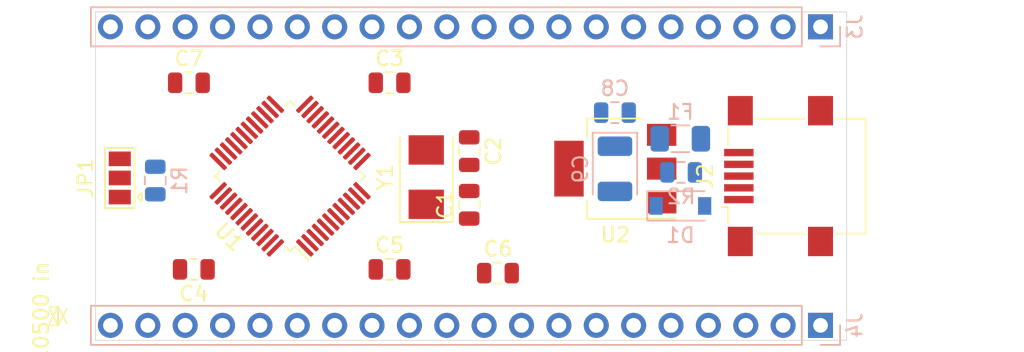
<source format=kicad_pcb>
(kicad_pcb (version 20171130) (host pcbnew "(5.1.5)-3")

  (general
    (thickness 1.6)
    (drawings 8)
    (tracks 0)
    (zones 0)
    (modules 20)
    (nets 53)
  )

  (page A4)
  (layers
    (0 F.Cu signal)
    (31 B.Cu signal)
    (32 B.Adhes user)
    (33 F.Adhes user)
    (34 B.Paste user)
    (35 F.Paste user)
    (36 B.SilkS user hide)
    (37 F.SilkS user hide)
    (38 B.Mask user)
    (39 F.Mask user)
    (40 Dwgs.User user)
    (41 Cmts.User user)
    (42 Eco1.User user)
    (43 Eco2.User user)
    (44 Edge.Cuts user)
    (45 Margin user)
    (46 B.CrtYd user)
    (47 F.CrtYd user)
    (48 B.Fab user hide)
    (49 F.Fab user hide)
  )

  (setup
    (last_trace_width 0.127)
    (trace_clearance 0.127)
    (zone_clearance 0.508)
    (zone_45_only no)
    (trace_min 0.127)
    (via_size 0.6)
    (via_drill 0.3)
    (via_min_size 0.6)
    (via_min_drill 0.3)
    (uvia_size 0.3)
    (uvia_drill 0.1)
    (uvias_allowed no)
    (uvia_min_size 0.2)
    (uvia_min_drill 0.1)
    (edge_width 0.05)
    (segment_width 0.2)
    (pcb_text_width 0.3)
    (pcb_text_size 1.5 1.5)
    (mod_edge_width 0.12)
    (mod_text_size 1 1)
    (mod_text_width 0.15)
    (pad_size 1.524 1.524)
    (pad_drill 0.762)
    (pad_to_mask_clearance 0.051)
    (solder_mask_min_width 0.25)
    (aux_axis_origin 0 0)
    (grid_origin 132.08 25.908)
    (visible_elements 7FFFFFFF)
    (pcbplotparams
      (layerselection 0x010fc_ffffffff)
      (usegerberextensions false)
      (usegerberattributes false)
      (usegerberadvancedattributes false)
      (creategerberjobfile false)
      (excludeedgelayer true)
      (linewidth 0.100000)
      (plotframeref false)
      (viasonmask false)
      (mode 1)
      (useauxorigin false)
      (hpglpennumber 1)
      (hpglpenspeed 20)
      (hpglpendiameter 15.000000)
      (psnegative false)
      (psa4output false)
      (plotreference true)
      (plotvalue true)
      (plotinvisibletext false)
      (padsonsilk false)
      (subtractmaskfromsilk false)
      (outputformat 1)
      (mirror false)
      (drillshape 1)
      (scaleselection 1)
      (outputdirectory ""))
  )

  (net 0 "")
  (net 1 GND)
  (net 2 OSC_IN)
  (net 3 OSC_OUT)
  (net 4 +3V3)
  (net 5 RESET)
  (net 6 SWCLK)
  (net 7 SWDIO)
  (net 8 "Net-(J2-Pad4)")
  (net 9 D+)
  (net 10 D-)
  (net 11 "Net-(JP1-Pad2)")
  (net 12 BOOT0)
  (net 13 "Net-(U1-Pad38)")
  (net 14 OSC32_OUT)
  (net 15 OSC32_IN)
  (net 16 "Net-(U1-Pad2)")
  (net 17 VBAT)
  (net 18 "Net-(J3-Pad20)")
  (net 19 "Net-(J3-Pad19)")
  (net 20 "Net-(J4-Pad20)")
  (net 21 "Net-(J4-Pad19)")
  (net 22 VBUS)
  (net 23 "Net-(C8-Pad1)")
  (net 24 "Net-(F1-Pad1)")
  (net 25 PB9)
  (net 26 PB8)
  (net 27 PB7)
  (net 28 PB6)
  (net 29 PB5)
  (net 30 PB4)
  (net 31 PB3)
  (net 32 PA10)
  (net 33 PA9)
  (net 34 PA8)
  (net 35 PB15)
  (net 36 PB14)
  (net 37 PB13)
  (net 38 PB12)
  (net 39 PB11)
  (net 40 PB10)
  (net 41 PB2)
  (net 42 PB1)
  (net 43 PB0)
  (net 44 PA7)
  (net 45 PA6)
  (net 46 PA5)
  (net 47 PA4)
  (net 48 PA3)
  (net 49 PA2)
  (net 50 PA1)
  (net 51 PA0)
  (net 52 PA15)

  (net_class Default "This is the default net class."
    (clearance 0.127)
    (trace_width 0.127)
    (via_dia 0.6)
    (via_drill 0.3)
    (uvia_dia 0.3)
    (uvia_drill 0.1)
    (add_net BOOT0)
    (add_net D+)
    (add_net D-)
    (add_net "Net-(J2-Pad4)")
    (add_net "Net-(J3-Pad19)")
    (add_net "Net-(J3-Pad20)")
    (add_net "Net-(J4-Pad19)")
    (add_net "Net-(J4-Pad20)")
    (add_net "Net-(JP1-Pad2)")
    (add_net "Net-(U1-Pad2)")
    (add_net "Net-(U1-Pad38)")
    (add_net OSC32_IN)
    (add_net OSC32_OUT)
    (add_net OSC_IN)
    (add_net OSC_OUT)
    (add_net PA0)
    (add_net PA1)
    (add_net PA10)
    (add_net PA15)
    (add_net PA2)
    (add_net PA3)
    (add_net PA4)
    (add_net PA5)
    (add_net PA6)
    (add_net PA7)
    (add_net PA8)
    (add_net PA9)
    (add_net PB0)
    (add_net PB1)
    (add_net PB10)
    (add_net PB11)
    (add_net PB12)
    (add_net PB13)
    (add_net PB14)
    (add_net PB15)
    (add_net PB2)
    (add_net PB3)
    (add_net PB4)
    (add_net PB5)
    (add_net PB6)
    (add_net PB7)
    (add_net PB8)
    (add_net PB9)
    (add_net RESET)
    (add_net SWCLK)
    (add_net SWDIO)
  )

  (net_class Power ""
    (clearance 0.1905)
    (trace_width 0.254)
    (via_dia 0.8)
    (via_drill 0.4)
    (uvia_dia 0.3)
    (uvia_drill 0.1)
    (add_net +3V3)
    (add_net GND)
    (add_net "Net-(C8-Pad1)")
    (add_net "Net-(F1-Pad1)")
    (add_net VBAT)
    (add_net VBUS)
  )

  (module Capacitor_SMD:C_0805_2012Metric (layer F.Cu) (tedit 5B36C52B) (tstamp 5E33B5D8)
    (at 116.84 28.780499 270)
    (descr "Capacitor SMD 0805 (2012 Metric), square (rectangular) end terminal, IPC_7351 nominal, (Body size source: https://docs.google.com/spreadsheets/d/1BsfQQcO9C6DZCsRaXUlFlo91Tg2WpOkGARC1WS5S8t0/edit?usp=sharing), generated with kicad-footprint-generator")
    (tags capacitor)
    (path /5E137B28)
    (attr smd)
    (fp_text reference C2 (at 0 -1.65 90) (layer F.SilkS)
      (effects (font (size 1 1) (thickness 0.15)))
    )
    (fp_text value 22pF (at 0 1.65 90) (layer F.Fab)
      (effects (font (size 1 1) (thickness 0.15)))
    )
    (fp_text user %R (at 0 0 90) (layer F.Fab)
      (effects (font (size 0.5 0.5) (thickness 0.08)))
    )
    (fp_line (start 1.68 0.95) (end -1.68 0.95) (layer F.CrtYd) (width 0.05))
    (fp_line (start 1.68 -0.95) (end 1.68 0.95) (layer F.CrtYd) (width 0.05))
    (fp_line (start -1.68 -0.95) (end 1.68 -0.95) (layer F.CrtYd) (width 0.05))
    (fp_line (start -1.68 0.95) (end -1.68 -0.95) (layer F.CrtYd) (width 0.05))
    (fp_line (start -0.258578 0.71) (end 0.258578 0.71) (layer F.SilkS) (width 0.12))
    (fp_line (start -0.258578 -0.71) (end 0.258578 -0.71) (layer F.SilkS) (width 0.12))
    (fp_line (start 1 0.6) (end -1 0.6) (layer F.Fab) (width 0.1))
    (fp_line (start 1 -0.6) (end 1 0.6) (layer F.Fab) (width 0.1))
    (fp_line (start -1 -0.6) (end 1 -0.6) (layer F.Fab) (width 0.1))
    (fp_line (start -1 0.6) (end -1 -0.6) (layer F.Fab) (width 0.1))
    (pad 2 smd roundrect (at 0.9375 0 270) (size 0.975 1.4) (layers F.Cu F.Paste F.Mask) (roundrect_rratio 0.25)
      (net 1 GND))
    (pad 1 smd roundrect (at -0.9375 0 270) (size 0.975 1.4) (layers F.Cu F.Paste F.Mask) (roundrect_rratio 0.25)
      (net 3 OSC_OUT))
    (model ${KISYS3DMOD}/Capacitor_SMD.3dshapes/C_0805_2012Metric.wrl
      (at (xyz 0 0 0))
      (scale (xyz 1 1 1))
      (rotate (xyz 0 0 0))
    )
  )

  (module Capacitor_SMD:C_0805_2012Metric (layer F.Cu) (tedit 5B36C52B) (tstamp 5E33B63E)
    (at 97.79 24.13)
    (descr "Capacitor SMD 0805 (2012 Metric), square (rectangular) end terminal, IPC_7351 nominal, (Body size source: https://docs.google.com/spreadsheets/d/1BsfQQcO9C6DZCsRaXUlFlo91Tg2WpOkGARC1WS5S8t0/edit?usp=sharing), generated with kicad-footprint-generator")
    (tags capacitor)
    (path /5E38CD62)
    (attr smd)
    (fp_text reference C7 (at 0 -1.65) (layer F.SilkS)
      (effects (font (size 1 1) (thickness 0.15)))
    )
    (fp_text value 10uF (at 0 1.65) (layer F.Fab)
      (effects (font (size 1 1) (thickness 0.15)))
    )
    (fp_text user %R (at 0 0) (layer F.Fab)
      (effects (font (size 0.5 0.5) (thickness 0.08)))
    )
    (fp_line (start 1.68 0.95) (end -1.68 0.95) (layer F.CrtYd) (width 0.05))
    (fp_line (start 1.68 -0.95) (end 1.68 0.95) (layer F.CrtYd) (width 0.05))
    (fp_line (start -1.68 -0.95) (end 1.68 -0.95) (layer F.CrtYd) (width 0.05))
    (fp_line (start -1.68 0.95) (end -1.68 -0.95) (layer F.CrtYd) (width 0.05))
    (fp_line (start -0.258578 0.71) (end 0.258578 0.71) (layer F.SilkS) (width 0.12))
    (fp_line (start -0.258578 -0.71) (end 0.258578 -0.71) (layer F.SilkS) (width 0.12))
    (fp_line (start 1 0.6) (end -1 0.6) (layer F.Fab) (width 0.1))
    (fp_line (start 1 -0.6) (end 1 0.6) (layer F.Fab) (width 0.1))
    (fp_line (start -1 -0.6) (end 1 -0.6) (layer F.Fab) (width 0.1))
    (fp_line (start -1 0.6) (end -1 -0.6) (layer F.Fab) (width 0.1))
    (pad 2 smd roundrect (at 0.9375 0) (size 0.975 1.4) (layers F.Cu F.Paste F.Mask) (roundrect_rratio 0.25)
      (net 1 GND))
    (pad 1 smd roundrect (at -0.9375 0) (size 0.975 1.4) (layers F.Cu F.Paste F.Mask) (roundrect_rratio 0.25)
      (net 4 +3V3))
    (model ${KISYS3DMOD}/Capacitor_SMD.3dshapes/C_0805_2012Metric.wrl
      (at (xyz 0 0 0))
      (scale (xyz 1 1 1))
      (rotate (xyz 0 0 0))
    )
  )

  (module Capacitor_SMD:C_0805_2012Metric (layer F.Cu) (tedit 5B36C52B) (tstamp 5E33B61C)
    (at 118.7935 37.084)
    (descr "Capacitor SMD 0805 (2012 Metric), square (rectangular) end terminal, IPC_7351 nominal, (Body size source: https://docs.google.com/spreadsheets/d/1BsfQQcO9C6DZCsRaXUlFlo91Tg2WpOkGARC1WS5S8t0/edit?usp=sharing), generated with kicad-footprint-generator")
    (tags capacitor)
    (path /5E3358FD)
    (attr smd)
    (fp_text reference C6 (at 0 -1.65) (layer F.SilkS)
      (effects (font (size 1 1) (thickness 0.15)))
    )
    (fp_text value 100nF (at 0 1.65) (layer F.Fab)
      (effects (font (size 1 1) (thickness 0.15)))
    )
    (fp_text user %R (at 0 0) (layer F.Fab)
      (effects (font (size 0.5 0.5) (thickness 0.08)))
    )
    (fp_line (start 1.68 0.95) (end -1.68 0.95) (layer F.CrtYd) (width 0.05))
    (fp_line (start 1.68 -0.95) (end 1.68 0.95) (layer F.CrtYd) (width 0.05))
    (fp_line (start -1.68 -0.95) (end 1.68 -0.95) (layer F.CrtYd) (width 0.05))
    (fp_line (start -1.68 0.95) (end -1.68 -0.95) (layer F.CrtYd) (width 0.05))
    (fp_line (start -0.258578 0.71) (end 0.258578 0.71) (layer F.SilkS) (width 0.12))
    (fp_line (start -0.258578 -0.71) (end 0.258578 -0.71) (layer F.SilkS) (width 0.12))
    (fp_line (start 1 0.6) (end -1 0.6) (layer F.Fab) (width 0.1))
    (fp_line (start 1 -0.6) (end 1 0.6) (layer F.Fab) (width 0.1))
    (fp_line (start -1 -0.6) (end 1 -0.6) (layer F.Fab) (width 0.1))
    (fp_line (start -1 0.6) (end -1 -0.6) (layer F.Fab) (width 0.1))
    (pad 2 smd roundrect (at 0.9375 0) (size 0.975 1.4) (layers F.Cu F.Paste F.Mask) (roundrect_rratio 0.25)
      (net 1 GND))
    (pad 1 smd roundrect (at -0.9375 0) (size 0.975 1.4) (layers F.Cu F.Paste F.Mask) (roundrect_rratio 0.25)
      (net 5 RESET))
    (model ${KISYS3DMOD}/Capacitor_SMD.3dshapes/C_0805_2012Metric.wrl
      (at (xyz 0 0 0))
      (scale (xyz 1 1 1))
      (rotate (xyz 0 0 0))
    )
  )

  (module Capacitor_SMD:C_0805_2012Metric (layer F.Cu) (tedit 5B36C52B) (tstamp 5E33B60B)
    (at 111.4275 36.83)
    (descr "Capacitor SMD 0805 (2012 Metric), square (rectangular) end terminal, IPC_7351 nominal, (Body size source: https://docs.google.com/spreadsheets/d/1BsfQQcO9C6DZCsRaXUlFlo91Tg2WpOkGARC1WS5S8t0/edit?usp=sharing), generated with kicad-footprint-generator")
    (tags capacitor)
    (path /5E15E9B8)
    (attr smd)
    (fp_text reference C5 (at 0 -1.65) (layer F.SilkS)
      (effects (font (size 1 1) (thickness 0.15)))
    )
    (fp_text value 100nF (at 0 1.65) (layer F.Fab)
      (effects (font (size 1 1) (thickness 0.15)))
    )
    (fp_text user %R (at 0 0) (layer F.Fab)
      (effects (font (size 0.5 0.5) (thickness 0.08)))
    )
    (fp_line (start 1.68 0.95) (end -1.68 0.95) (layer F.CrtYd) (width 0.05))
    (fp_line (start 1.68 -0.95) (end 1.68 0.95) (layer F.CrtYd) (width 0.05))
    (fp_line (start -1.68 -0.95) (end 1.68 -0.95) (layer F.CrtYd) (width 0.05))
    (fp_line (start -1.68 0.95) (end -1.68 -0.95) (layer F.CrtYd) (width 0.05))
    (fp_line (start -0.258578 0.71) (end 0.258578 0.71) (layer F.SilkS) (width 0.12))
    (fp_line (start -0.258578 -0.71) (end 0.258578 -0.71) (layer F.SilkS) (width 0.12))
    (fp_line (start 1 0.6) (end -1 0.6) (layer F.Fab) (width 0.1))
    (fp_line (start 1 -0.6) (end 1 0.6) (layer F.Fab) (width 0.1))
    (fp_line (start -1 -0.6) (end 1 -0.6) (layer F.Fab) (width 0.1))
    (fp_line (start -1 0.6) (end -1 -0.6) (layer F.Fab) (width 0.1))
    (pad 2 smd roundrect (at 0.9375 0) (size 0.975 1.4) (layers F.Cu F.Paste F.Mask) (roundrect_rratio 0.25)
      (net 1 GND))
    (pad 1 smd roundrect (at -0.9375 0) (size 0.975 1.4) (layers F.Cu F.Paste F.Mask) (roundrect_rratio 0.25)
      (net 4 +3V3))
    (model ${KISYS3DMOD}/Capacitor_SMD.3dshapes/C_0805_2012Metric.wrl
      (at (xyz 0 0 0))
      (scale (xyz 1 1 1))
      (rotate (xyz 0 0 0))
    )
  )

  (module Capacitor_SMD:C_0805_2012Metric (layer F.Cu) (tedit 5B36C52B) (tstamp 5E33B5E9)
    (at 111.4275 24.13)
    (descr "Capacitor SMD 0805 (2012 Metric), square (rectangular) end terminal, IPC_7351 nominal, (Body size source: https://docs.google.com/spreadsheets/d/1BsfQQcO9C6DZCsRaXUlFlo91Tg2WpOkGARC1WS5S8t0/edit?usp=sharing), generated with kicad-footprint-generator")
    (tags capacitor)
    (path /5E15B771)
    (attr smd)
    (fp_text reference C3 (at 0 -1.65) (layer F.SilkS)
      (effects (font (size 1 1) (thickness 0.15)))
    )
    (fp_text value 100nF (at 0 1.65) (layer F.Fab)
      (effects (font (size 1 1) (thickness 0.15)))
    )
    (fp_text user %R (at 0 0) (layer F.Fab)
      (effects (font (size 0.5 0.5) (thickness 0.08)))
    )
    (fp_line (start 1.68 0.95) (end -1.68 0.95) (layer F.CrtYd) (width 0.05))
    (fp_line (start 1.68 -0.95) (end 1.68 0.95) (layer F.CrtYd) (width 0.05))
    (fp_line (start -1.68 -0.95) (end 1.68 -0.95) (layer F.CrtYd) (width 0.05))
    (fp_line (start -1.68 0.95) (end -1.68 -0.95) (layer F.CrtYd) (width 0.05))
    (fp_line (start -0.258578 0.71) (end 0.258578 0.71) (layer F.SilkS) (width 0.12))
    (fp_line (start -0.258578 -0.71) (end 0.258578 -0.71) (layer F.SilkS) (width 0.12))
    (fp_line (start 1 0.6) (end -1 0.6) (layer F.Fab) (width 0.1))
    (fp_line (start 1 -0.6) (end 1 0.6) (layer F.Fab) (width 0.1))
    (fp_line (start -1 -0.6) (end 1 -0.6) (layer F.Fab) (width 0.1))
    (fp_line (start -1 0.6) (end -1 -0.6) (layer F.Fab) (width 0.1))
    (pad 2 smd roundrect (at 0.9375 0) (size 0.975 1.4) (layers F.Cu F.Paste F.Mask) (roundrect_rratio 0.25)
      (net 1 GND))
    (pad 1 smd roundrect (at -0.9375 0) (size 0.975 1.4) (layers F.Cu F.Paste F.Mask) (roundrect_rratio 0.25)
      (net 4 +3V3))
    (model ${KISYS3DMOD}/Capacitor_SMD.3dshapes/C_0805_2012Metric.wrl
      (at (xyz 0 0 0))
      (scale (xyz 1 1 1))
      (rotate (xyz 0 0 0))
    )
  )

  (module Capacitor_SMD:C_0805_2012Metric (layer F.Cu) (tedit 5B36C52B) (tstamp 5E33B5FA)
    (at 98.1225 36.83 180)
    (descr "Capacitor SMD 0805 (2012 Metric), square (rectangular) end terminal, IPC_7351 nominal, (Body size source: https://docs.google.com/spreadsheets/d/1BsfQQcO9C6DZCsRaXUlFlo91Tg2WpOkGARC1WS5S8t0/edit?usp=sharing), generated with kicad-footprint-generator")
    (tags capacitor)
    (path /5E15A2DA)
    (attr smd)
    (fp_text reference C4 (at 0 -1.65) (layer F.SilkS)
      (effects (font (size 1 1) (thickness 0.15)))
    )
    (fp_text value 100nF (at 0 1.65) (layer F.Fab)
      (effects (font (size 1 1) (thickness 0.15)))
    )
    (fp_text user %R (at 0 0) (layer F.Fab)
      (effects (font (size 0.5 0.5) (thickness 0.08)))
    )
    (fp_line (start 1.68 0.95) (end -1.68 0.95) (layer F.CrtYd) (width 0.05))
    (fp_line (start 1.68 -0.95) (end 1.68 0.95) (layer F.CrtYd) (width 0.05))
    (fp_line (start -1.68 -0.95) (end 1.68 -0.95) (layer F.CrtYd) (width 0.05))
    (fp_line (start -1.68 0.95) (end -1.68 -0.95) (layer F.CrtYd) (width 0.05))
    (fp_line (start -0.258578 0.71) (end 0.258578 0.71) (layer F.SilkS) (width 0.12))
    (fp_line (start -0.258578 -0.71) (end 0.258578 -0.71) (layer F.SilkS) (width 0.12))
    (fp_line (start 1 0.6) (end -1 0.6) (layer F.Fab) (width 0.1))
    (fp_line (start 1 -0.6) (end 1 0.6) (layer F.Fab) (width 0.1))
    (fp_line (start -1 -0.6) (end 1 -0.6) (layer F.Fab) (width 0.1))
    (fp_line (start -1 0.6) (end -1 -0.6) (layer F.Fab) (width 0.1))
    (pad 2 smd roundrect (at 0.9375 0 180) (size 0.975 1.4) (layers F.Cu F.Paste F.Mask) (roundrect_rratio 0.25)
      (net 1 GND))
    (pad 1 smd roundrect (at -0.9375 0 180) (size 0.975 1.4) (layers F.Cu F.Paste F.Mask) (roundrect_rratio 0.25)
      (net 4 +3V3))
    (model ${KISYS3DMOD}/Capacitor_SMD.3dshapes/C_0805_2012Metric.wrl
      (at (xyz 0 0 0))
      (scale (xyz 1 1 1))
      (rotate (xyz 0 0 0))
    )
  )

  (module Connector_PinHeader_2.54mm:PinHeader_1x20_P2.54mm_Vertical (layer B.Cu) (tedit 59FED5CC) (tstamp 5E350D31)
    (at 140.716 20.32 90)
    (descr "Through hole straight pin header, 1x20, 2.54mm pitch, single row")
    (tags "Through hole pin header THT 1x20 2.54mm single row")
    (path /5E3ECA08)
    (fp_text reference J3 (at 0 2.33 -90) (layer B.SilkS)
      (effects (font (size 1 1) (thickness 0.15)) (justify mirror))
    )
    (fp_text value Conn_01x20 (at 0 -50.59 -90) (layer B.Fab)
      (effects (font (size 1 1) (thickness 0.15)) (justify mirror))
    )
    (fp_text user %R (at 0 -24.13) (layer B.Fab)
      (effects (font (size 1 1) (thickness 0.15)) (justify mirror))
    )
    (fp_line (start 1.8 1.8) (end -1.8 1.8) (layer B.CrtYd) (width 0.05))
    (fp_line (start 1.8 -50.05) (end 1.8 1.8) (layer B.CrtYd) (width 0.05))
    (fp_line (start -1.8 -50.05) (end 1.8 -50.05) (layer B.CrtYd) (width 0.05))
    (fp_line (start -1.8 1.8) (end -1.8 -50.05) (layer B.CrtYd) (width 0.05))
    (fp_line (start -1.33 1.33) (end 0 1.33) (layer B.SilkS) (width 0.12))
    (fp_line (start -1.33 0) (end -1.33 1.33) (layer B.SilkS) (width 0.12))
    (fp_line (start -1.33 -1.27) (end 1.33 -1.27) (layer B.SilkS) (width 0.12))
    (fp_line (start 1.33 -1.27) (end 1.33 -49.59) (layer B.SilkS) (width 0.12))
    (fp_line (start -1.33 -1.27) (end -1.33 -49.59) (layer B.SilkS) (width 0.12))
    (fp_line (start -1.33 -49.59) (end 1.33 -49.59) (layer B.SilkS) (width 0.12))
    (fp_line (start -1.27 0.635) (end -0.635 1.27) (layer B.Fab) (width 0.1))
    (fp_line (start -1.27 -49.53) (end -1.27 0.635) (layer B.Fab) (width 0.1))
    (fp_line (start 1.27 -49.53) (end -1.27 -49.53) (layer B.Fab) (width 0.1))
    (fp_line (start 1.27 1.27) (end 1.27 -49.53) (layer B.Fab) (width 0.1))
    (fp_line (start -0.635 1.27) (end 1.27 1.27) (layer B.Fab) (width 0.1))
    (pad 20 thru_hole oval (at 0 -48.26 90) (size 1.7 1.7) (drill 1) (layers *.Cu *.Mask)
      (net 18 "Net-(J3-Pad20)"))
    (pad 19 thru_hole oval (at 0 -45.72 90) (size 1.7 1.7) (drill 1) (layers *.Cu *.Mask)
      (net 19 "Net-(J3-Pad19)"))
    (pad 18 thru_hole oval (at 0 -43.18 90) (size 1.7 1.7) (drill 1) (layers *.Cu *.Mask)
      (net 52 PA15))
    (pad 17 thru_hole oval (at 0 -40.64 90) (size 1.7 1.7) (drill 1) (layers *.Cu *.Mask)
      (net 34 PA8))
    (pad 16 thru_hole oval (at 0 -38.1 90) (size 1.7 1.7) (drill 1) (layers *.Cu *.Mask)
      (net 44 PA7))
    (pad 15 thru_hole oval (at 0 -35.56 90) (size 1.7 1.7) (drill 1) (layers *.Cu *.Mask)
      (net 45 PA6))
    (pad 14 thru_hole oval (at 0 -33.02 90) (size 1.7 1.7) (drill 1) (layers *.Cu *.Mask)
      (net 46 PA5))
    (pad 13 thru_hole oval (at 0 -30.48 90) (size 1.7 1.7) (drill 1) (layers *.Cu *.Mask)
      (net 47 PA4))
    (pad 12 thru_hole oval (at 0 -27.94 90) (size 1.7 1.7) (drill 1) (layers *.Cu *.Mask)
      (net 43 PB0))
    (pad 11 thru_hole oval (at 0 -25.4 90) (size 1.7 1.7) (drill 1) (layers *.Cu *.Mask)
      (net 42 PB1))
    (pad 10 thru_hole oval (at 0 -22.86 90) (size 1.7 1.7) (drill 1) (layers *.Cu *.Mask)
      (net 41 PB2))
    (pad 9 thru_hole oval (at 0 -20.32 90) (size 1.7 1.7) (drill 1) (layers *.Cu *.Mask)
      (net 31 PB3))
    (pad 8 thru_hole oval (at 0 -17.78 90) (size 1.7 1.7) (drill 1) (layers *.Cu *.Mask)
      (net 30 PB4))
    (pad 7 thru_hole oval (at 0 -15.24 90) (size 1.7 1.7) (drill 1) (layers *.Cu *.Mask)
      (net 29 PB5))
    (pad 6 thru_hole oval (at 0 -12.7 90) (size 1.7 1.7) (drill 1) (layers *.Cu *.Mask)
      (net 28 PB6))
    (pad 5 thru_hole oval (at 0 -10.16 90) (size 1.7 1.7) (drill 1) (layers *.Cu *.Mask)
      (net 27 PB7))
    (pad 4 thru_hole oval (at 0 -7.62 90) (size 1.7 1.7) (drill 1) (layers *.Cu *.Mask)
      (net 1 GND))
    (pad 3 thru_hole oval (at 0 -5.08 90) (size 1.7 1.7) (drill 1) (layers *.Cu *.Mask)
      (net 1 GND))
    (pad 2 thru_hole oval (at 0 -2.54 90) (size 1.7 1.7) (drill 1) (layers *.Cu *.Mask)
      (net 32 PA10))
    (pad 1 thru_hole rect (at 0 0 90) (size 1.7 1.7) (drill 1) (layers *.Cu *.Mask)
      (net 33 PA9))
    (model ${KISYS3DMOD}/Connector_PinHeader_2.54mm.3dshapes/PinHeader_1x20_P2.54mm_Vertical.wrl
      (at (xyz 0 0 0))
      (scale (xyz 1 1 1))
      (rotate (xyz 0 0 0))
    )
  )

  (module Connector_PinHeader_2.54mm:PinHeader_1x20_P2.54mm_Vertical (layer B.Cu) (tedit 59FED5CC) (tstamp 5E350D59)
    (at 140.716 40.64 90)
    (descr "Through hole straight pin header, 1x20, 2.54mm pitch, single row")
    (tags "Through hole pin header THT 1x20 2.54mm single row")
    (path /5E3F1A97)
    (fp_text reference J4 (at 0 2.33 -90) (layer B.SilkS)
      (effects (font (size 1 1) (thickness 0.15)) (justify mirror))
    )
    (fp_text value Conn_01x20 (at 0 -50.59 -90) (layer B.Fab)
      (effects (font (size 1 1) (thickness 0.15)) (justify mirror))
    )
    (fp_text user %R (at 0 -24.13) (layer B.Fab)
      (effects (font (size 1 1) (thickness 0.15)) (justify mirror))
    )
    (fp_line (start 1.8 1.8) (end -1.8 1.8) (layer B.CrtYd) (width 0.05))
    (fp_line (start 1.8 -50.05) (end 1.8 1.8) (layer B.CrtYd) (width 0.05))
    (fp_line (start -1.8 -50.05) (end 1.8 -50.05) (layer B.CrtYd) (width 0.05))
    (fp_line (start -1.8 1.8) (end -1.8 -50.05) (layer B.CrtYd) (width 0.05))
    (fp_line (start -1.33 1.33) (end 0 1.33) (layer B.SilkS) (width 0.12))
    (fp_line (start -1.33 0) (end -1.33 1.33) (layer B.SilkS) (width 0.12))
    (fp_line (start -1.33 -1.27) (end 1.33 -1.27) (layer B.SilkS) (width 0.12))
    (fp_line (start 1.33 -1.27) (end 1.33 -49.59) (layer B.SilkS) (width 0.12))
    (fp_line (start -1.33 -1.27) (end -1.33 -49.59) (layer B.SilkS) (width 0.12))
    (fp_line (start -1.33 -49.59) (end 1.33 -49.59) (layer B.SilkS) (width 0.12))
    (fp_line (start -1.27 0.635) (end -0.635 1.27) (layer B.Fab) (width 0.1))
    (fp_line (start -1.27 -49.53) (end -1.27 0.635) (layer B.Fab) (width 0.1))
    (fp_line (start 1.27 -49.53) (end -1.27 -49.53) (layer B.Fab) (width 0.1))
    (fp_line (start 1.27 1.27) (end 1.27 -49.53) (layer B.Fab) (width 0.1))
    (fp_line (start -0.635 1.27) (end 1.27 1.27) (layer B.Fab) (width 0.1))
    (pad 20 thru_hole oval (at 0 -48.26 90) (size 1.7 1.7) (drill 1) (layers *.Cu *.Mask)
      (net 20 "Net-(J4-Pad20)"))
    (pad 19 thru_hole oval (at 0 -45.72 90) (size 1.7 1.7) (drill 1) (layers *.Cu *.Mask)
      (net 21 "Net-(J4-Pad19)"))
    (pad 18 thru_hole oval (at 0 -43.18 90) (size 1.7 1.7) (drill 1) (layers *.Cu *.Mask)
      (net 5 RESET))
    (pad 17 thru_hole oval (at 0 -40.64 90) (size 1.7 1.7) (drill 1) (layers *.Cu *.Mask)
      (net 7 SWDIO))
    (pad 16 thru_hole oval (at 0 -38.1 90) (size 1.7 1.7) (drill 1) (layers *.Cu *.Mask)
      (net 6 SWCLK))
    (pad 15 thru_hole oval (at 0 -35.56 90) (size 1.7 1.7) (drill 1) (layers *.Cu *.Mask)
      (net 38 PB12))
    (pad 14 thru_hole oval (at 0 -33.02 90) (size 1.7 1.7) (drill 1) (layers *.Cu *.Mask)
      (net 39 PB11))
    (pad 13 thru_hole oval (at 0 -30.48 90) (size 1.7 1.7) (drill 1) (layers *.Cu *.Mask)
      (net 40 PB10))
    (pad 12 thru_hole oval (at 0 -27.94 90) (size 1.7 1.7) (drill 1) (layers *.Cu *.Mask)
      (net 25 PB9))
    (pad 11 thru_hole oval (at 0 -25.4 90) (size 1.7 1.7) (drill 1) (layers *.Cu *.Mask)
      (net 35 PB15))
    (pad 10 thru_hole oval (at 0 -22.86 90) (size 1.7 1.7) (drill 1) (layers *.Cu *.Mask)
      (net 36 PB14))
    (pad 9 thru_hole oval (at 0 -20.32 90) (size 1.7 1.7) (drill 1) (layers *.Cu *.Mask)
      (net 37 PB13))
    (pad 8 thru_hole oval (at 0 -17.78 90) (size 1.7 1.7) (drill 1) (layers *.Cu *.Mask)
      (net 26 PB8))
    (pad 7 thru_hole oval (at 0 -15.24 90) (size 1.7 1.7) (drill 1) (layers *.Cu *.Mask)
      (net 51 PA0))
    (pad 6 thru_hole oval (at 0 -12.7 90) (size 1.7 1.7) (drill 1) (layers *.Cu *.Mask)
      (net 50 PA1))
    (pad 5 thru_hole oval (at 0 -10.16 90) (size 1.7 1.7) (drill 1) (layers *.Cu *.Mask)
      (net 49 PA2))
    (pad 4 thru_hole oval (at 0 -7.62 90) (size 1.7 1.7) (drill 1) (layers *.Cu *.Mask)
      (net 4 +3V3))
    (pad 3 thru_hole oval (at 0 -5.08 90) (size 1.7 1.7) (drill 1) (layers *.Cu *.Mask)
      (net 5 RESET))
    (pad 2 thru_hole oval (at 0 -2.54 90) (size 1.7 1.7) (drill 1) (layers *.Cu *.Mask)
      (net 1 GND))
    (pad 1 thru_hole rect (at 0 0 90) (size 1.7 1.7) (drill 1) (layers *.Cu *.Mask)
      (net 22 VBUS))
    (model ${KISYS3DMOD}/Connector_PinHeader_2.54mm.3dshapes/PinHeader_1x20_P2.54mm_Vertical.wrl
      (at (xyz 0 0 0))
      (scale (xyz 1 1 1))
      (rotate (xyz 0 0 0))
    )
  )

  (module Fuse:Fuse_1206_3216Metric (layer B.Cu) (tedit 5B301BBE) (tstamp 5E34AE76)
    (at 131.188 27.94 180)
    (descr "Fuse SMD 1206 (3216 Metric), square (rectangular) end terminal, IPC_7351 nominal, (Body size source: http://www.tortai-tech.com/upload/download/2011102023233369053.pdf), generated with kicad-footprint-generator")
    (tags resistor)
    (path /5E3ACE76)
    (attr smd)
    (fp_text reference F1 (at 0 1.82) (layer B.SilkS)
      (effects (font (size 1 1) (thickness 0.15)) (justify mirror))
    )
    (fp_text value Polyfuse_Small (at 0 -1.82) (layer B.Fab)
      (effects (font (size 1 1) (thickness 0.15)) (justify mirror))
    )
    (fp_text user %R (at 0 0) (layer B.Fab)
      (effects (font (size 0.8 0.8) (thickness 0.12)) (justify mirror))
    )
    (fp_line (start 2.28 -1.12) (end -2.28 -1.12) (layer B.CrtYd) (width 0.05))
    (fp_line (start 2.28 1.12) (end 2.28 -1.12) (layer B.CrtYd) (width 0.05))
    (fp_line (start -2.28 1.12) (end 2.28 1.12) (layer B.CrtYd) (width 0.05))
    (fp_line (start -2.28 -1.12) (end -2.28 1.12) (layer B.CrtYd) (width 0.05))
    (fp_line (start -0.602064 -0.91) (end 0.602064 -0.91) (layer B.SilkS) (width 0.12))
    (fp_line (start -0.602064 0.91) (end 0.602064 0.91) (layer B.SilkS) (width 0.12))
    (fp_line (start 1.6 -0.8) (end -1.6 -0.8) (layer B.Fab) (width 0.1))
    (fp_line (start 1.6 0.8) (end 1.6 -0.8) (layer B.Fab) (width 0.1))
    (fp_line (start -1.6 0.8) (end 1.6 0.8) (layer B.Fab) (width 0.1))
    (fp_line (start -1.6 -0.8) (end -1.6 0.8) (layer B.Fab) (width 0.1))
    (pad 2 smd roundrect (at 1.4 0 180) (size 1.25 1.75) (layers B.Cu B.Paste B.Mask) (roundrect_rratio 0.2)
      (net 22 VBUS))
    (pad 1 smd roundrect (at -1.4 0 180) (size 1.25 1.75) (layers B.Cu B.Paste B.Mask) (roundrect_rratio 0.2)
      (net 24 "Net-(F1-Pad1)"))
    (model ${KISYS3DMOD}/Fuse.3dshapes/Fuse_1206_3216Metric.wrl
      (at (xyz 0 0 0))
      (scale (xyz 1 1 1))
      (rotate (xyz 0 0 0))
    )
  )

  (module Capacitor_SMD:C_0805_2012Metric (layer F.Cu) (tedit 5B36C52B) (tstamp 5E33B5C7)
    (at 116.84 32.4335 90)
    (descr "Capacitor SMD 0805 (2012 Metric), square (rectangular) end terminal, IPC_7351 nominal, (Body size source: https://docs.google.com/spreadsheets/d/1BsfQQcO9C6DZCsRaXUlFlo91Tg2WpOkGARC1WS5S8t0/edit?usp=sharing), generated with kicad-footprint-generator")
    (tags capacitor)
    (path /5E1353EA)
    (attr smd)
    (fp_text reference C1 (at 0 -1.65 90) (layer F.SilkS)
      (effects (font (size 1 1) (thickness 0.15)))
    )
    (fp_text value 22pF (at 0 1.65 90) (layer F.Fab)
      (effects (font (size 1 1) (thickness 0.15)))
    )
    (fp_text user %R (at 0 0 90) (layer F.Fab)
      (effects (font (size 0.5 0.5) (thickness 0.08)))
    )
    (fp_line (start 1.68 0.95) (end -1.68 0.95) (layer F.CrtYd) (width 0.05))
    (fp_line (start 1.68 -0.95) (end 1.68 0.95) (layer F.CrtYd) (width 0.05))
    (fp_line (start -1.68 -0.95) (end 1.68 -0.95) (layer F.CrtYd) (width 0.05))
    (fp_line (start -1.68 0.95) (end -1.68 -0.95) (layer F.CrtYd) (width 0.05))
    (fp_line (start -0.258578 0.71) (end 0.258578 0.71) (layer F.SilkS) (width 0.12))
    (fp_line (start -0.258578 -0.71) (end 0.258578 -0.71) (layer F.SilkS) (width 0.12))
    (fp_line (start 1 0.6) (end -1 0.6) (layer F.Fab) (width 0.1))
    (fp_line (start 1 -0.6) (end 1 0.6) (layer F.Fab) (width 0.1))
    (fp_line (start -1 -0.6) (end 1 -0.6) (layer F.Fab) (width 0.1))
    (fp_line (start -1 0.6) (end -1 -0.6) (layer F.Fab) (width 0.1))
    (pad 2 smd roundrect (at 0.9375 0 90) (size 0.975 1.4) (layers F.Cu F.Paste F.Mask) (roundrect_rratio 0.25)
      (net 1 GND))
    (pad 1 smd roundrect (at -0.9375 0 90) (size 0.975 1.4) (layers F.Cu F.Paste F.Mask) (roundrect_rratio 0.25)
      (net 2 OSC_IN))
    (model ${KISYS3DMOD}/Capacitor_SMD.3dshapes/C_0805_2012Metric.wrl
      (at (xyz 0 0 0))
      (scale (xyz 1 1 1))
      (rotate (xyz 0 0 0))
    )
  )

  (module Jumper:SolderJumper-3_P1.3mm_Open_Pad1.0x1.5mm (layer F.Cu) (tedit 5A3F8BB2) (tstamp 5E33B69F)
    (at 93.091 30.607 90)
    (descr "SMD Solder 3-pad Jumper, 1x1.5mm Pads, 0.3mm gap, open")
    (tags "solder jumper open")
    (path /5E3964C7)
    (attr virtual)
    (fp_text reference JP1 (at 0 -2.33 90) (layer F.SilkS)
      (effects (font (size 1 1) (thickness 0.15)))
    )
    (fp_text value Jumper_3_Open (at 0 7.41 90) (layer F.Fab)
      (effects (font (size 1 1) (thickness 0.15)))
    )
    (fp_line (start 2.3 1.25) (end -2.3 1.25) (layer F.CrtYd) (width 0.05))
    (fp_line (start 2.3 1.25) (end 2.3 -1.25) (layer F.CrtYd) (width 0.05))
    (fp_line (start -2.3 -1.25) (end -2.3 1.25) (layer F.CrtYd) (width 0.05))
    (fp_line (start -2.3 -1.25) (end 2.3 -1.25) (layer F.CrtYd) (width 0.05))
    (fp_line (start -2.05 -1) (end 2.05 -1) (layer F.SilkS) (width 0.12))
    (fp_line (start 2.05 -1) (end 2.05 1) (layer F.SilkS) (width 0.12))
    (fp_line (start 2.05 1) (end -2.05 1) (layer F.SilkS) (width 0.12))
    (fp_line (start -2.05 1) (end -2.05 -1) (layer F.SilkS) (width 0.12))
    (fp_line (start -1.3 1.2) (end -1.6 1.5) (layer F.SilkS) (width 0.12))
    (fp_line (start -1.6 1.5) (end -1 1.5) (layer F.SilkS) (width 0.12))
    (fp_line (start -1.3 1.2) (end -1 1.5) (layer F.SilkS) (width 0.12))
    (fp_text user %R (at 0 2.54 270) (layer F.Fab)
      (effects (font (size 1 1) (thickness 0.15)))
    )
    (pad 1 smd rect (at -1.3 0 90) (size 1 1.5) (layers F.Cu F.Mask)
      (net 1 GND))
    (pad 2 smd rect (at 0 0 90) (size 1 1.5) (layers F.Cu F.Mask)
      (net 11 "Net-(JP1-Pad2)"))
    (pad 3 smd rect (at 1.3 0 90) (size 1 1.5) (layers F.Cu F.Mask)
      (net 4 +3V3))
  )

  (module Crystal:Crystal_SMD_5032-2Pin_5.0x3.2mm (layer F.Cu) (tedit 5A0FD1B2) (tstamp 5E34C63E)
    (at 113.919 30.552 90)
    (descr "SMD Crystal SERIES SMD2520/2 http://www.icbase.com/File/PDF/HKC/HKC00061008.pdf, 5.0x3.2mm^2 package")
    (tags "SMD SMT crystal")
    (path /5E3527A5)
    (attr smd)
    (fp_text reference Y1 (at 0 -2.8 90) (layer F.SilkS)
      (effects (font (size 1 1) (thickness 0.15)))
    )
    (fp_text value Crystal_Small (at 0 2.8 90) (layer F.Fab)
      (effects (font (size 1 1) (thickness 0.15)))
    )
    (fp_circle (center 0 0) (end 0.093333 0) (layer F.Adhes) (width 0.186667))
    (fp_circle (center 0 0) (end 0.213333 0) (layer F.Adhes) (width 0.133333))
    (fp_circle (center 0 0) (end 0.333333 0) (layer F.Adhes) (width 0.133333))
    (fp_circle (center 0 0) (end 0.4 0) (layer F.Adhes) (width 0.1))
    (fp_line (start 3.1 -1.9) (end -3.1 -1.9) (layer F.CrtYd) (width 0.05))
    (fp_line (start 3.1 1.9) (end 3.1 -1.9) (layer F.CrtYd) (width 0.05))
    (fp_line (start -3.1 1.9) (end 3.1 1.9) (layer F.CrtYd) (width 0.05))
    (fp_line (start -3.1 -1.9) (end -3.1 1.9) (layer F.CrtYd) (width 0.05))
    (fp_line (start -3.05 1.8) (end 2.7 1.8) (layer F.SilkS) (width 0.12))
    (fp_line (start -3.05 -1.8) (end -3.05 1.8) (layer F.SilkS) (width 0.12))
    (fp_line (start 2.7 -1.8) (end -3.05 -1.8) (layer F.SilkS) (width 0.12))
    (fp_line (start -2.5 0.6) (end -1.5 1.6) (layer F.Fab) (width 0.1))
    (fp_line (start -2.5 -1.4) (end -2.3 -1.6) (layer F.Fab) (width 0.1))
    (fp_line (start -2.5 1.4) (end -2.5 -1.4) (layer F.Fab) (width 0.1))
    (fp_line (start -2.3 1.6) (end -2.5 1.4) (layer F.Fab) (width 0.1))
    (fp_line (start 2.3 1.6) (end -2.3 1.6) (layer F.Fab) (width 0.1))
    (fp_line (start 2.5 1.4) (end 2.3 1.6) (layer F.Fab) (width 0.1))
    (fp_line (start 2.5 -1.4) (end 2.5 1.4) (layer F.Fab) (width 0.1))
    (fp_line (start 2.3 -1.6) (end 2.5 -1.4) (layer F.Fab) (width 0.1))
    (fp_line (start -2.3 -1.6) (end 2.3 -1.6) (layer F.Fab) (width 0.1))
    (fp_text user %R (at 0 0 90) (layer F.Fab)
      (effects (font (size 1 1) (thickness 0.15)))
    )
    (pad 2 smd rect (at 1.85 0 90) (size 2 2.4) (layers F.Cu F.Paste F.Mask)
      (net 3 OSC_OUT))
    (pad 1 smd rect (at -1.85 0 90) (size 2 2.4) (layers F.Cu F.Paste F.Mask)
      (net 2 OSC_IN))
    (model ${KISYS3DMOD}/Crystal.3dshapes/Crystal_SMD_5032-2Pin_5.0x3.2mm.wrl
      (at (xyz 0 0 0))
      (scale (xyz 1 1 1))
      (rotate (xyz 0 0 0))
    )
  )

  (module Package_TO_SOT_SMD:SOT-223-3_TabPin2 (layer F.Cu) (tedit 5A02FF57) (tstamp 5E33B751)
    (at 126.770999 29.972 180)
    (descr "module CMS SOT223 4 pins")
    (tags "CMS SOT")
    (path /5E4521C7)
    (attr smd)
    (fp_text reference U2 (at 0 -4.5) (layer F.SilkS)
      (effects (font (size 1 1) (thickness 0.15)))
    )
    (fp_text value AMS1117-3.3 (at 0 4.5) (layer F.Fab)
      (effects (font (size 1 1) (thickness 0.15)))
    )
    (fp_line (start 1.85 -3.35) (end 1.85 3.35) (layer F.Fab) (width 0.1))
    (fp_line (start -1.85 3.35) (end 1.85 3.35) (layer F.Fab) (width 0.1))
    (fp_line (start -4.1 -3.41) (end 1.91 -3.41) (layer F.SilkS) (width 0.12))
    (fp_line (start -0.85 -3.35) (end 1.85 -3.35) (layer F.Fab) (width 0.1))
    (fp_line (start -1.85 3.41) (end 1.91 3.41) (layer F.SilkS) (width 0.12))
    (fp_line (start -1.85 -2.35) (end -1.85 3.35) (layer F.Fab) (width 0.1))
    (fp_line (start -1.85 -2.35) (end -0.85 -3.35) (layer F.Fab) (width 0.1))
    (fp_line (start -4.4 -3.6) (end -4.4 3.6) (layer F.CrtYd) (width 0.05))
    (fp_line (start -4.4 3.6) (end 4.4 3.6) (layer F.CrtYd) (width 0.05))
    (fp_line (start 4.4 3.6) (end 4.4 -3.6) (layer F.CrtYd) (width 0.05))
    (fp_line (start 4.4 -3.6) (end -4.4 -3.6) (layer F.CrtYd) (width 0.05))
    (fp_line (start 1.91 -3.41) (end 1.91 -2.15) (layer F.SilkS) (width 0.12))
    (fp_line (start 1.91 3.41) (end 1.91 2.15) (layer F.SilkS) (width 0.12))
    (fp_text user %R (at 0 0 90) (layer F.Fab)
      (effects (font (size 0.8 0.8) (thickness 0.12)))
    )
    (pad 1 smd rect (at -3.15 -2.3 180) (size 2 1.5) (layers F.Cu F.Paste F.Mask)
      (net 1 GND))
    (pad 3 smd rect (at -3.15 2.3 180) (size 2 1.5) (layers F.Cu F.Paste F.Mask)
      (net 23 "Net-(C8-Pad1)"))
    (pad 2 smd rect (at -3.15 0 180) (size 2 1.5) (layers F.Cu F.Paste F.Mask)
      (net 4 +3V3))
    (pad 2 smd rect (at 3.15 0 180) (size 2 3.8) (layers F.Cu F.Paste F.Mask)
      (net 4 +3V3))
    (model ${KISYS3DMOD}/Package_TO_SOT_SMD.3dshapes/SOT-223.wrl
      (at (xyz 0 0 0))
      (scale (xyz 1 1 1))
      (rotate (xyz 0 0 0))
    )
  )

  (module Package_QFP:LQFP-48_7x7mm_P0.5mm (layer F.Cu) (tedit 5D9F72AF) (tstamp 5E33B73B)
    (at 104.665215 30.48 135)
    (descr "LQFP, 48 Pin (https://www.analog.com/media/en/technical-documentation/data-sheets/ltc2358-16.pdf), generated with kicad-footprint-generator ipc_gullwing_generator.py")
    (tags "LQFP QFP")
    (path /5E12CDC5)
    (clearance 0.1016)
    (attr smd)
    (fp_text reference U1 (at 0 -5.85 135) (layer F.SilkS)
      (effects (font (size 1 1) (thickness 0.15)))
    )
    (fp_text value STM32F303CCTx (at 0 5.85 135) (layer F.Fab)
      (effects (font (size 1 1) (thickness 0.15)))
    )
    (fp_text user %R (at 0 0 135) (layer F.Fab)
      (effects (font (size 1 1) (thickness 0.15)))
    )
    (fp_line (start 5.15 3.15) (end 5.15 0) (layer F.CrtYd) (width 0.05))
    (fp_line (start 3.75 3.15) (end 5.15 3.15) (layer F.CrtYd) (width 0.05))
    (fp_line (start 3.75 3.75) (end 3.75 3.15) (layer F.CrtYd) (width 0.05))
    (fp_line (start 3.15 3.75) (end 3.75 3.75) (layer F.CrtYd) (width 0.05))
    (fp_line (start 3.15 5.15) (end 3.15 3.75) (layer F.CrtYd) (width 0.05))
    (fp_line (start 0 5.15) (end 3.15 5.15) (layer F.CrtYd) (width 0.05))
    (fp_line (start -5.15 3.15) (end -5.15 0) (layer F.CrtYd) (width 0.05))
    (fp_line (start -3.75 3.15) (end -5.15 3.15) (layer F.CrtYd) (width 0.05))
    (fp_line (start -3.75 3.75) (end -3.75 3.15) (layer F.CrtYd) (width 0.05))
    (fp_line (start -3.15 3.75) (end -3.75 3.75) (layer F.CrtYd) (width 0.05))
    (fp_line (start -3.15 5.15) (end -3.15 3.75) (layer F.CrtYd) (width 0.05))
    (fp_line (start 0 5.15) (end -3.15 5.15) (layer F.CrtYd) (width 0.05))
    (fp_line (start 5.15 -3.15) (end 5.15 0) (layer F.CrtYd) (width 0.05))
    (fp_line (start 3.75 -3.15) (end 5.15 -3.15) (layer F.CrtYd) (width 0.05))
    (fp_line (start 3.75 -3.75) (end 3.75 -3.15) (layer F.CrtYd) (width 0.05))
    (fp_line (start 3.15 -3.75) (end 3.75 -3.75) (layer F.CrtYd) (width 0.05))
    (fp_line (start 3.15 -5.15) (end 3.15 -3.75) (layer F.CrtYd) (width 0.05))
    (fp_line (start 0 -5.15) (end 3.15 -5.15) (layer F.CrtYd) (width 0.05))
    (fp_line (start -5.15 -3.15) (end -5.15 0) (layer F.CrtYd) (width 0.05))
    (fp_line (start -3.75 -3.15) (end -5.15 -3.15) (layer F.CrtYd) (width 0.05))
    (fp_line (start -3.75 -3.75) (end -3.75 -3.15) (layer F.CrtYd) (width 0.05))
    (fp_line (start -3.15 -3.75) (end -3.75 -3.75) (layer F.CrtYd) (width 0.05))
    (fp_line (start -3.15 -5.15) (end -3.15 -3.75) (layer F.CrtYd) (width 0.05))
    (fp_line (start 0 -5.15) (end -3.15 -5.15) (layer F.CrtYd) (width 0.05))
    (fp_line (start -3.5 -2.5) (end -2.5 -3.5) (layer F.Fab) (width 0.1))
    (fp_line (start -3.5 3.5) (end -3.5 -2.5) (layer F.Fab) (width 0.1))
    (fp_line (start 3.5 3.5) (end -3.5 3.5) (layer F.Fab) (width 0.1))
    (fp_line (start 3.5 -3.5) (end 3.5 3.5) (layer F.Fab) (width 0.1))
    (fp_line (start -2.5 -3.5) (end 3.5 -3.5) (layer F.Fab) (width 0.1))
    (fp_line (start -3.61 -3.16) (end -4.9 -3.16) (layer F.SilkS) (width 0.12))
    (fp_line (start -3.61 -3.61) (end -3.61 -3.16) (layer F.SilkS) (width 0.12))
    (fp_line (start -3.16 -3.61) (end -3.61 -3.61) (layer F.SilkS) (width 0.12))
    (fp_line (start 3.61 -3.61) (end 3.61 -3.16) (layer F.SilkS) (width 0.12))
    (fp_line (start 3.16 -3.61) (end 3.61 -3.61) (layer F.SilkS) (width 0.12))
    (fp_line (start -3.61 3.61) (end -3.61 3.16) (layer F.SilkS) (width 0.12))
    (fp_line (start -3.16 3.61) (end -3.61 3.61) (layer F.SilkS) (width 0.12))
    (fp_line (start 3.61 3.61) (end 3.61 3.16) (layer F.SilkS) (width 0.12))
    (fp_line (start 3.16 3.61) (end 3.61 3.61) (layer F.SilkS) (width 0.12))
    (pad 48 smd roundrect (at -2.75 -4.1625 135) (size 0.3 1.475) (layers F.Cu F.Paste F.Mask) (roundrect_rratio 0.25)
      (net 4 +3V3))
    (pad 47 smd roundrect (at -2.25 -4.1625 135) (size 0.3 1.475) (layers F.Cu F.Paste F.Mask) (roundrect_rratio 0.25)
      (net 1 GND))
    (pad 46 smd roundrect (at -1.75 -4.1625 135) (size 0.3 1.475) (layers F.Cu F.Paste F.Mask) (roundrect_rratio 0.25)
      (net 25 PB9))
    (pad 45 smd roundrect (at -1.25 -4.1625 135) (size 0.3 1.475) (layers F.Cu F.Paste F.Mask) (roundrect_rratio 0.25)
      (net 26 PB8))
    (pad 44 smd roundrect (at -0.75 -4.1625 135) (size 0.3 1.475) (layers F.Cu F.Paste F.Mask) (roundrect_rratio 0.25)
      (net 12 BOOT0))
    (pad 43 smd roundrect (at -0.25 -4.1625 135) (size 0.3 1.475) (layers F.Cu F.Paste F.Mask) (roundrect_rratio 0.25)
      (net 27 PB7))
    (pad 42 smd roundrect (at 0.25 -4.1625 135) (size 0.3 1.475) (layers F.Cu F.Paste F.Mask) (roundrect_rratio 0.25)
      (net 28 PB6))
    (pad 41 smd roundrect (at 0.75 -4.1625 135) (size 0.3 1.475) (layers F.Cu F.Paste F.Mask) (roundrect_rratio 0.25)
      (net 29 PB5))
    (pad 40 smd roundrect (at 1.25 -4.1625 135) (size 0.3 1.475) (layers F.Cu F.Paste F.Mask) (roundrect_rratio 0.25)
      (net 30 PB4))
    (pad 39 smd roundrect (at 1.75 -4.1625 135) (size 0.3 1.475) (layers F.Cu F.Paste F.Mask) (roundrect_rratio 0.25)
      (net 31 PB3))
    (pad 38 smd roundrect (at 2.25 -4.1625 135) (size 0.3 1.475) (layers F.Cu F.Paste F.Mask) (roundrect_rratio 0.25)
      (net 13 "Net-(U1-Pad38)"))
    (pad 37 smd roundrect (at 2.75 -4.1625 135) (size 0.3 1.475) (layers F.Cu F.Paste F.Mask) (roundrect_rratio 0.25)
      (net 6 SWCLK))
    (pad 36 smd roundrect (at 4.1625 -2.75 135) (size 1.475 0.3) (layers F.Cu F.Paste F.Mask) (roundrect_rratio 0.25)
      (net 4 +3V3))
    (pad 35 smd roundrect (at 4.1625 -2.25 135) (size 1.475 0.3) (layers F.Cu F.Paste F.Mask) (roundrect_rratio 0.25)
      (net 1 GND))
    (pad 34 smd roundrect (at 4.1625 -1.75 135) (size 1.475 0.3) (layers F.Cu F.Paste F.Mask) (roundrect_rratio 0.25)
      (net 7 SWDIO))
    (pad 33 smd roundrect (at 4.1625 -1.25 135) (size 1.475 0.3) (layers F.Cu F.Paste F.Mask) (roundrect_rratio 0.25)
      (net 9 D+))
    (pad 32 smd roundrect (at 4.1625 -0.75 135) (size 1.475 0.3) (layers F.Cu F.Paste F.Mask) (roundrect_rratio 0.25)
      (net 10 D-))
    (pad 31 smd roundrect (at 4.1625 -0.25 135) (size 1.475 0.3) (layers F.Cu F.Paste F.Mask) (roundrect_rratio 0.25)
      (net 32 PA10))
    (pad 30 smd roundrect (at 4.1625 0.25 135) (size 1.475 0.3) (layers F.Cu F.Paste F.Mask) (roundrect_rratio 0.25)
      (net 33 PA9))
    (pad 29 smd roundrect (at 4.1625 0.75 135) (size 1.475 0.3) (layers F.Cu F.Paste F.Mask) (roundrect_rratio 0.25)
      (net 34 PA8))
    (pad 28 smd roundrect (at 4.1625 1.25 135) (size 1.475 0.3) (layers F.Cu F.Paste F.Mask) (roundrect_rratio 0.25)
      (net 35 PB15))
    (pad 27 smd roundrect (at 4.1625 1.75 135) (size 1.475 0.3) (layers F.Cu F.Paste F.Mask) (roundrect_rratio 0.25)
      (net 36 PB14))
    (pad 26 smd roundrect (at 4.1625 2.25 135) (size 1.475 0.3) (layers F.Cu F.Paste F.Mask) (roundrect_rratio 0.25)
      (net 37 PB13))
    (pad 25 smd roundrect (at 4.1625 2.75 135) (size 1.475 0.3) (layers F.Cu F.Paste F.Mask) (roundrect_rratio 0.25)
      (net 38 PB12))
    (pad 24 smd roundrect (at 2.75 4.1625 135) (size 0.3 1.475) (layers F.Cu F.Paste F.Mask) (roundrect_rratio 0.25)
      (net 4 +3V3))
    (pad 23 smd roundrect (at 2.25 4.1625 135) (size 0.3 1.475) (layers F.Cu F.Paste F.Mask) (roundrect_rratio 0.25)
      (net 1 GND))
    (pad 22 smd roundrect (at 1.75 4.1625 135) (size 0.3 1.475) (layers F.Cu F.Paste F.Mask) (roundrect_rratio 0.25)
      (net 39 PB11))
    (pad 21 smd roundrect (at 1.25 4.1625 135) (size 0.3 1.475) (layers F.Cu F.Paste F.Mask) (roundrect_rratio 0.25)
      (net 40 PB10))
    (pad 20 smd roundrect (at 0.75 4.1625 135) (size 0.3 1.475) (layers F.Cu F.Paste F.Mask) (roundrect_rratio 0.25)
      (net 41 PB2))
    (pad 19 smd roundrect (at 0.25 4.1625 135) (size 0.3 1.475) (layers F.Cu F.Paste F.Mask) (roundrect_rratio 0.25)
      (net 42 PB1))
    (pad 18 smd roundrect (at -0.25 4.1625 135) (size 0.3 1.475) (layers F.Cu F.Paste F.Mask) (roundrect_rratio 0.25)
      (net 43 PB0))
    (pad 17 smd roundrect (at -0.75 4.1625 135) (size 0.3 1.475) (layers F.Cu F.Paste F.Mask) (roundrect_rratio 0.25)
      (net 44 PA7))
    (pad 16 smd roundrect (at -1.25 4.1625 135) (size 0.3 1.475) (layers F.Cu F.Paste F.Mask) (roundrect_rratio 0.25)
      (net 45 PA6))
    (pad 15 smd roundrect (at -1.75 4.1625 135) (size 0.3 1.475) (layers F.Cu F.Paste F.Mask) (roundrect_rratio 0.25)
      (net 46 PA5))
    (pad 14 smd roundrect (at -2.25 4.1625 135) (size 0.3 1.475) (layers F.Cu F.Paste F.Mask) (roundrect_rratio 0.25)
      (net 47 PA4))
    (pad 13 smd roundrect (at -2.75 4.1625 135) (size 0.3 1.475) (layers F.Cu F.Paste F.Mask) (roundrect_rratio 0.25)
      (net 48 PA3))
    (pad 12 smd roundrect (at -4.1625 2.75 135) (size 1.475 0.3) (layers F.Cu F.Paste F.Mask) (roundrect_rratio 0.25)
      (net 49 PA2))
    (pad 11 smd roundrect (at -4.1625 2.25 135) (size 1.475 0.3) (layers F.Cu F.Paste F.Mask) (roundrect_rratio 0.25)
      (net 50 PA1))
    (pad 10 smd roundrect (at -4.1625 1.75 135) (size 1.475 0.3) (layers F.Cu F.Paste F.Mask) (roundrect_rratio 0.25)
      (net 51 PA0))
    (pad 9 smd roundrect (at -4.1625 1.25 135) (size 1.475 0.3) (layers F.Cu F.Paste F.Mask) (roundrect_rratio 0.25)
      (net 4 +3V3))
    (pad 8 smd roundrect (at -4.1625 0.75 135) (size 1.475 0.3) (layers F.Cu F.Paste F.Mask) (roundrect_rratio 0.25)
      (net 1 GND))
    (pad 7 smd roundrect (at -4.1625 0.25 135) (size 1.475 0.3) (layers F.Cu F.Paste F.Mask) (roundrect_rratio 0.25)
      (net 5 RESET))
    (pad 6 smd roundrect (at -4.1625 -0.25 135) (size 1.475 0.3) (layers F.Cu F.Paste F.Mask) (roundrect_rratio 0.25)
      (net 3 OSC_OUT))
    (pad 5 smd roundrect (at -4.1625 -0.75 135) (size 1.475 0.3) (layers F.Cu F.Paste F.Mask) (roundrect_rratio 0.25)
      (net 2 OSC_IN))
    (pad 4 smd roundrect (at -4.1625 -1.25 135) (size 1.475 0.3) (layers F.Cu F.Paste F.Mask) (roundrect_rratio 0.25)
      (net 14 OSC32_OUT))
    (pad 3 smd roundrect (at -4.1625 -1.75 135) (size 1.475 0.3) (layers F.Cu F.Paste F.Mask) (roundrect_rratio 0.25)
      (net 15 OSC32_IN))
    (pad 2 smd roundrect (at -4.1625 -2.25 135) (size 1.475 0.3) (layers F.Cu F.Paste F.Mask) (roundrect_rratio 0.25)
      (net 16 "Net-(U1-Pad2)"))
    (pad 1 smd roundrect (at -4.1625 -2.75 135) (size 1.475 0.3) (layers F.Cu F.Paste F.Mask) (roundrect_rratio 0.25)
      (net 17 VBAT))
    (model ${KISYS3DMOD}/Package_QFP.3dshapes/LQFP-48_7x7mm_P0.5mm.wrl
      (at (xyz 0 0 0))
      (scale (xyz 1 1 1))
      (rotate (xyz 0 0 0))
    )
  )

  (module Resistor_SMD:R_0805_2012Metric (layer B.Cu) (tedit 5B36C52B) (tstamp 5E35E12D)
    (at 131.239501 30.226)
    (descr "Resistor SMD 0805 (2012 Metric), square (rectangular) end terminal, IPC_7351 nominal, (Body size source: https://docs.google.com/spreadsheets/d/1BsfQQcO9C6DZCsRaXUlFlo91Tg2WpOkGARC1WS5S8t0/edit?usp=sharing), generated with kicad-footprint-generator")
    (tags resistor)
    (path /5E3C8913)
    (attr smd)
    (fp_text reference R2 (at 0 1.65) (layer B.SilkS)
      (effects (font (size 1 1) (thickness 0.15)) (justify mirror))
    )
    (fp_text value 1.5k (at 0 -1.65) (layer B.Fab)
      (effects (font (size 1 1) (thickness 0.15)) (justify mirror))
    )
    (fp_text user %R (at 0 0) (layer B.Fab)
      (effects (font (size 0.5 0.5) (thickness 0.08)) (justify mirror))
    )
    (fp_line (start 1.68 -0.95) (end -1.68 -0.95) (layer B.CrtYd) (width 0.05))
    (fp_line (start 1.68 0.95) (end 1.68 -0.95) (layer B.CrtYd) (width 0.05))
    (fp_line (start -1.68 0.95) (end 1.68 0.95) (layer B.CrtYd) (width 0.05))
    (fp_line (start -1.68 -0.95) (end -1.68 0.95) (layer B.CrtYd) (width 0.05))
    (fp_line (start -0.258578 -0.71) (end 0.258578 -0.71) (layer B.SilkS) (width 0.12))
    (fp_line (start -0.258578 0.71) (end 0.258578 0.71) (layer B.SilkS) (width 0.12))
    (fp_line (start 1 -0.6) (end -1 -0.6) (layer B.Fab) (width 0.1))
    (fp_line (start 1 0.6) (end 1 -0.6) (layer B.Fab) (width 0.1))
    (fp_line (start -1 0.6) (end 1 0.6) (layer B.Fab) (width 0.1))
    (fp_line (start -1 -0.6) (end -1 0.6) (layer B.Fab) (width 0.1))
    (pad 2 smd roundrect (at 0.9375 0) (size 0.975 1.4) (layers B.Cu B.Paste B.Mask) (roundrect_rratio 0.25)
      (net 9 D+))
    (pad 1 smd roundrect (at -0.9375 0) (size 0.975 1.4) (layers B.Cu B.Paste B.Mask) (roundrect_rratio 0.25)
      (net 4 +3V3))
    (model ${KISYS3DMOD}/Resistor_SMD.3dshapes/R_0805_2012Metric.wrl
      (at (xyz 0 0 0))
      (scale (xyz 1 1 1))
      (rotate (xyz 0 0 0))
    )
  )

  (module Connector_USB:USB_Mini-B_Lumberg_2486_01_Horizontal (layer F.Cu) (tedit 5AC6B535) (tstamp 5E33B688)
    (at 137.866 30.48 90)
    (descr "USB Mini-B 5-pin SMD connector, http://downloads.lumberg.com/datenblaetter/en/2486_01.pdf")
    (tags "USB USB_B USB_Mini connector")
    (path /5E3A1E0F)
    (attr smd)
    (fp_text reference J2 (at 0 -5 90) (layer F.SilkS)
      (effects (font (size 1 1) (thickness 0.15)))
    )
    (fp_text value USB_B_Mini (at 0 7.5 90) (layer F.Fab)
      (effects (font (size 1 1) (thickness 0.15)))
    )
    (fp_line (start -4.35 6.35) (end -4.35 4.2) (layer F.CrtYd) (width 0.05))
    (fp_line (start -4.35 4.2) (end -5.95 4.2) (layer F.CrtYd) (width 0.05))
    (fp_line (start -5.95 1.5) (end -5.95 4.2) (layer F.CrtYd) (width 0.05))
    (fp_line (start -4.35 1.5) (end -5.95 1.5) (layer F.CrtYd) (width 0.05))
    (fp_line (start -4.35 -1.25) (end -4.35 1.5) (layer F.CrtYd) (width 0.05))
    (fp_line (start -4.35 -1.25) (end -5.95 -1.25) (layer F.CrtYd) (width 0.05))
    (fp_line (start -5.95 -3.95) (end -5.95 -1.25) (layer F.CrtYd) (width 0.05))
    (fp_line (start -5.95 -3.95) (end -2.35 -3.95) (layer F.CrtYd) (width 0.05))
    (fp_line (start -2.35 -3.95) (end -2.35 -4.2) (layer F.CrtYd) (width 0.05))
    (fp_line (start 5.95 -3.95) (end 5.95 -1.25) (layer F.CrtYd) (width 0.05))
    (fp_line (start 4.35 -1.25) (end 5.95 -1.25) (layer F.CrtYd) (width 0.05))
    (fp_line (start 4.35 -1.25) (end 4.35 1.5) (layer F.CrtYd) (width 0.05))
    (fp_line (start -1.95 -3.35) (end -1.6 -2.85) (layer F.Fab) (width 0.1))
    (fp_line (start 5.95 1.5) (end 5.95 4.2) (layer F.CrtYd) (width 0.05))
    (fp_line (start 5.95 -3.95) (end 2.35 -3.95) (layer F.CrtYd) (width 0.05))
    (fp_line (start -4.35 6.35) (end 4.35 6.35) (layer F.CrtYd) (width 0.05))
    (fp_line (start -3.85 -3.35) (end 3.85 -3.35) (layer F.Fab) (width 0.1))
    (fp_line (start -3.85 -3.35) (end -3.85 5.85) (layer F.Fab) (width 0.1))
    (fp_line (start -3.85 5.85) (end 3.85 5.85) (layer F.Fab) (width 0.1))
    (fp_line (start 3.85 5.85) (end 3.85 -3.35) (layer F.Fab) (width 0.1))
    (fp_line (start -3.91 5.91) (end -3.91 3.96) (layer F.SilkS) (width 0.12))
    (fp_line (start -3.91 1.74) (end -3.91 -1.49) (layer F.SilkS) (width 0.12))
    (fp_line (start -3.19 -3.41) (end -2.11 -3.41) (layer F.SilkS) (width 0.12))
    (fp_line (start 2.11 -3.41) (end 3.19 -3.41) (layer F.SilkS) (width 0.12))
    (fp_line (start 3.91 1.74) (end 3.91 -1.49) (layer F.SilkS) (width 0.12))
    (fp_line (start 3.91 5.91) (end 3.91 3.96) (layer F.SilkS) (width 0.12))
    (fp_text user %R (at 0 1.6 270) (layer F.Fab)
      (effects (font (size 1 1) (thickness 0.15)))
    )
    (fp_line (start -2.11 -3.41) (end -2.11 -3.84) (layer F.SilkS) (width 0.12))
    (fp_line (start -1.6 -2.85) (end -1.25 -3.35) (layer F.Fab) (width 0.1))
    (fp_line (start 3.91 5.91) (end -3.91 5.91) (layer F.SilkS) (width 0.12))
    (fp_line (start 4.35 6.35) (end 4.35 4.2) (layer F.CrtYd) (width 0.05))
    (fp_line (start 4.35 4.2) (end 5.95 4.2) (layer F.CrtYd) (width 0.05))
    (fp_line (start 4.35 1.5) (end 5.95 1.5) (layer F.CrtYd) (width 0.05))
    (fp_line (start 2.35 -3.95) (end 2.35 -4.2) (layer F.CrtYd) (width 0.05))
    (fp_line (start 2.35 -4.2) (end -2.35 -4.2) (layer F.CrtYd) (width 0.05))
    (pad "" np_thru_hole circle (at 2.2 0 90) (size 1 1) (drill 1) (layers *.Cu *.Mask))
    (pad "" np_thru_hole circle (at -2.2 0 90) (size 1 1) (drill 1) (layers *.Cu *.Mask))
    (pad 6 smd rect (at 4.45 2.85 90) (size 2 1.7) (layers F.Cu F.Paste F.Mask)
      (net 1 GND))
    (pad 6 smd rect (at 4.45 -2.6 90) (size 2 1.7) (layers F.Cu F.Paste F.Mask)
      (net 1 GND))
    (pad 6 smd rect (at -4.45 2.85 90) (size 2 1.7) (layers F.Cu F.Paste F.Mask)
      (net 1 GND))
    (pad 6 smd rect (at -4.45 -2.6 90) (size 2 1.7) (layers F.Cu F.Paste F.Mask)
      (net 1 GND))
    (pad 5 smd rect (at 1.6 -2.7 90) (size 0.5 2) (layers F.Cu F.Paste F.Mask)
      (net 1 GND))
    (pad 4 smd rect (at 0.8 -2.7 90) (size 0.5 2) (layers F.Cu F.Paste F.Mask)
      (net 8 "Net-(J2-Pad4)"))
    (pad 3 smd rect (at 0 -2.7 90) (size 0.5 2) (layers F.Cu F.Paste F.Mask)
      (net 9 D+))
    (pad 2 smd rect (at -0.8 -2.7 90) (size 0.5 2) (layers F.Cu F.Paste F.Mask)
      (net 10 D-))
    (pad 1 smd rect (at -1.6 -2.7 90) (size 0.5 2) (layers F.Cu F.Paste F.Mask)
      (net 24 "Net-(F1-Pad1)"))
    (model ${KISYS3DMOD}/Connector_USB.3dshapes/USB_Mini-B_Lumberg_2486_01_Horizontal.wrl
      (at (xyz 0 0 0))
      (scale (xyz 1 1 1))
      (rotate (xyz 0 0 0))
    )
  )

  (module Resistor_SMD:R_0805_2012Metric (layer B.Cu) (tedit 5B36C52B) (tstamp 5E33B6B0)
    (at 95.504 30.782501 90)
    (descr "Resistor SMD 0805 (2012 Metric), square (rectangular) end terminal, IPC_7351 nominal, (Body size source: https://docs.google.com/spreadsheets/d/1BsfQQcO9C6DZCsRaXUlFlo91Tg2WpOkGARC1WS5S8t0/edit?usp=sharing), generated with kicad-footprint-generator")
    (tags resistor)
    (path /5E3A03BB)
    (attr smd)
    (fp_text reference R1 (at 0 1.65 90) (layer B.SilkS)
      (effects (font (size 1 1) (thickness 0.15)) (justify mirror))
    )
    (fp_text value 10k (at 0 -1.65 90) (layer B.Fab)
      (effects (font (size 1 1) (thickness 0.15)) (justify mirror))
    )
    (fp_text user %R (at 0 0 90) (layer B.Fab)
      (effects (font (size 0.5 0.5) (thickness 0.08)) (justify mirror))
    )
    (fp_line (start 1.68 -0.95) (end -1.68 -0.95) (layer B.CrtYd) (width 0.05))
    (fp_line (start 1.68 0.95) (end 1.68 -0.95) (layer B.CrtYd) (width 0.05))
    (fp_line (start -1.68 0.95) (end 1.68 0.95) (layer B.CrtYd) (width 0.05))
    (fp_line (start -1.68 -0.95) (end -1.68 0.95) (layer B.CrtYd) (width 0.05))
    (fp_line (start -0.258578 -0.71) (end 0.258578 -0.71) (layer B.SilkS) (width 0.12))
    (fp_line (start -0.258578 0.71) (end 0.258578 0.71) (layer B.SilkS) (width 0.12))
    (fp_line (start 1 -0.6) (end -1 -0.6) (layer B.Fab) (width 0.1))
    (fp_line (start 1 0.6) (end 1 -0.6) (layer B.Fab) (width 0.1))
    (fp_line (start -1 0.6) (end 1 0.6) (layer B.Fab) (width 0.1))
    (fp_line (start -1 -0.6) (end -1 0.6) (layer B.Fab) (width 0.1))
    (pad 2 smd roundrect (at 0.9375 0 90) (size 0.975 1.4) (layers B.Cu B.Paste B.Mask) (roundrect_rratio 0.25)
      (net 11 "Net-(JP1-Pad2)"))
    (pad 1 smd roundrect (at -0.9375 0 90) (size 0.975 1.4) (layers B.Cu B.Paste B.Mask) (roundrect_rratio 0.25)
      (net 12 BOOT0))
    (model ${KISYS3DMOD}/Resistor_SMD.3dshapes/R_0805_2012Metric.wrl
      (at (xyz 0 0 0))
      (scale (xyz 1 1 1))
      (rotate (xyz 0 0 0))
    )
  )

  (module Capacitor_Tantalum_SMD:CP_EIA-3528-15_AVX-H (layer B.Cu) (tedit 5B342532) (tstamp 5E352B8C)
    (at 126.746 29.9855 270)
    (descr "Tantalum Capacitor SMD AVX-H (3528-15 Metric), IPC_7351 nominal, (Body size from: http://www.kemet.com/Lists/ProductCatalog/Attachments/253/KEM_TC101_STD.pdf), generated with kicad-footprint-generator")
    (tags "capacitor tantalum")
    (path /5E487EF5)
    (attr smd)
    (fp_text reference C9 (at 0 2.35 90) (layer B.SilkS)
      (effects (font (size 1 1) (thickness 0.15)) (justify mirror))
    )
    (fp_text value 100uF (at 0 -2.35 90) (layer B.Fab)
      (effects (font (size 1 1) (thickness 0.15)) (justify mirror))
    )
    (fp_text user %R (at 0 0 90) (layer B.Fab)
      (effects (font (size 0.88 0.88) (thickness 0.13)) (justify mirror))
    )
    (fp_line (start 2.45 -1.65) (end -2.45 -1.65) (layer B.CrtYd) (width 0.05))
    (fp_line (start 2.45 1.65) (end 2.45 -1.65) (layer B.CrtYd) (width 0.05))
    (fp_line (start -2.45 1.65) (end 2.45 1.65) (layer B.CrtYd) (width 0.05))
    (fp_line (start -2.45 -1.65) (end -2.45 1.65) (layer B.CrtYd) (width 0.05))
    (fp_line (start -2.46 -1.51) (end 1.75 -1.51) (layer B.SilkS) (width 0.12))
    (fp_line (start -2.46 1.51) (end -2.46 -1.51) (layer B.SilkS) (width 0.12))
    (fp_line (start 1.75 1.51) (end -2.46 1.51) (layer B.SilkS) (width 0.12))
    (fp_line (start 1.75 -1.4) (end 1.75 1.4) (layer B.Fab) (width 0.1))
    (fp_line (start -1.75 -1.4) (end 1.75 -1.4) (layer B.Fab) (width 0.1))
    (fp_line (start -1.75 0.7) (end -1.75 -1.4) (layer B.Fab) (width 0.1))
    (fp_line (start -1.05 1.4) (end -1.75 0.7) (layer B.Fab) (width 0.1))
    (fp_line (start 1.75 1.4) (end -1.05 1.4) (layer B.Fab) (width 0.1))
    (pad 2 smd roundrect (at 1.5375 0 270) (size 1.325 2.35) (layers B.Cu B.Paste B.Mask) (roundrect_rratio 0.188679)
      (net 1 GND))
    (pad 1 smd roundrect (at -1.5375 0 270) (size 1.325 2.35) (layers B.Cu B.Paste B.Mask) (roundrect_rratio 0.188679)
      (net 4 +3V3))
    (model ${KISYS3DMOD}/Capacitor_Tantalum_SMD.3dshapes/CP_EIA-3528-15_AVX-H.wrl
      (at (xyz 0 0 0))
      (scale (xyz 1 1 1))
      (rotate (xyz 0 0 0))
    )
  )

  (module Capacitor_SMD:C_0805_2012Metric (layer B.Cu) (tedit 5B36C52B) (tstamp 5E352B7B)
    (at 126.746 26.162 180)
    (descr "Capacitor SMD 0805 (2012 Metric), square (rectangular) end terminal, IPC_7351 nominal, (Body size source: https://docs.google.com/spreadsheets/d/1BsfQQcO9C6DZCsRaXUlFlo91Tg2WpOkGARC1WS5S8t0/edit?usp=sharing), generated with kicad-footprint-generator")
    (tags capacitor)
    (path /5E46F1D0)
    (attr smd)
    (fp_text reference C8 (at 0 1.65 180) (layer B.SilkS)
      (effects (font (size 1 1) (thickness 0.15)) (justify mirror))
    )
    (fp_text value 100nF (at 0 -1.65 180) (layer B.Fab)
      (effects (font (size 1 1) (thickness 0.15)) (justify mirror))
    )
    (fp_text user %R (at 0 0 180) (layer B.Fab)
      (effects (font (size 0.5 0.5) (thickness 0.08)) (justify mirror))
    )
    (fp_line (start 1.68 -0.95) (end -1.68 -0.95) (layer B.CrtYd) (width 0.05))
    (fp_line (start 1.68 0.95) (end 1.68 -0.95) (layer B.CrtYd) (width 0.05))
    (fp_line (start -1.68 0.95) (end 1.68 0.95) (layer B.CrtYd) (width 0.05))
    (fp_line (start -1.68 -0.95) (end -1.68 0.95) (layer B.CrtYd) (width 0.05))
    (fp_line (start -0.258578 -0.71) (end 0.258578 -0.71) (layer B.SilkS) (width 0.12))
    (fp_line (start -0.258578 0.71) (end 0.258578 0.71) (layer B.SilkS) (width 0.12))
    (fp_line (start 1 -0.6) (end -1 -0.6) (layer B.Fab) (width 0.1))
    (fp_line (start 1 0.6) (end 1 -0.6) (layer B.Fab) (width 0.1))
    (fp_line (start -1 0.6) (end 1 0.6) (layer B.Fab) (width 0.1))
    (fp_line (start -1 -0.6) (end -1 0.6) (layer B.Fab) (width 0.1))
    (pad 2 smd roundrect (at 0.9375 0 180) (size 0.975 1.4) (layers B.Cu B.Paste B.Mask) (roundrect_rratio 0.25)
      (net 1 GND))
    (pad 1 smd roundrect (at -0.9375 0 180) (size 0.975 1.4) (layers B.Cu B.Paste B.Mask) (roundrect_rratio 0.25)
      (net 23 "Net-(C8-Pad1)"))
    (model ${KISYS3DMOD}/Capacitor_SMD.3dshapes/C_0805_2012Metric.wrl
      (at (xyz 0 0 0))
      (scale (xyz 1 1 1))
      (rotate (xyz 0 0 0))
    )
  )

  (module Diode_SMD:D_SOD-123 (layer B.Cu) (tedit 58645DC7) (tstamp 5E351A97)
    (at 131.192 32.512)
    (descr SOD-123)
    (tags SOD-123)
    (path /5E40B2EF)
    (attr smd)
    (fp_text reference D1 (at 0 2) (layer B.SilkS)
      (effects (font (size 1 1) (thickness 0.15)) (justify mirror))
    )
    (fp_text value 1N5819 (at 0 -2.1) (layer B.Fab)
      (effects (font (size 1 1) (thickness 0.15)) (justify mirror))
    )
    (fp_line (start -2.25 1) (end 1.65 1) (layer B.SilkS) (width 0.12))
    (fp_line (start -2.25 -1) (end 1.65 -1) (layer B.SilkS) (width 0.12))
    (fp_line (start -2.35 1.15) (end -2.35 -1.15) (layer B.CrtYd) (width 0.05))
    (fp_line (start 2.35 -1.15) (end -2.35 -1.15) (layer B.CrtYd) (width 0.05))
    (fp_line (start 2.35 1.15) (end 2.35 -1.15) (layer B.CrtYd) (width 0.05))
    (fp_line (start -2.35 1.15) (end 2.35 1.15) (layer B.CrtYd) (width 0.05))
    (fp_line (start -1.4 0.9) (end 1.4 0.9) (layer B.Fab) (width 0.1))
    (fp_line (start 1.4 0.9) (end 1.4 -0.9) (layer B.Fab) (width 0.1))
    (fp_line (start 1.4 -0.9) (end -1.4 -0.9) (layer B.Fab) (width 0.1))
    (fp_line (start -1.4 -0.9) (end -1.4 0.9) (layer B.Fab) (width 0.1))
    (fp_line (start -0.75 0) (end -0.35 0) (layer B.Fab) (width 0.1))
    (fp_line (start -0.35 0) (end -0.35 0.55) (layer B.Fab) (width 0.1))
    (fp_line (start -0.35 0) (end -0.35 -0.55) (layer B.Fab) (width 0.1))
    (fp_line (start -0.35 0) (end 0.25 0.4) (layer B.Fab) (width 0.1))
    (fp_line (start 0.25 0.4) (end 0.25 -0.4) (layer B.Fab) (width 0.1))
    (fp_line (start 0.25 -0.4) (end -0.35 0) (layer B.Fab) (width 0.1))
    (fp_line (start 0.25 0) (end 0.75 0) (layer B.Fab) (width 0.1))
    (fp_line (start -2.25 1) (end -2.25 -1) (layer B.SilkS) (width 0.12))
    (fp_text user %R (at 0 2) (layer B.Fab)
      (effects (font (size 1 1) (thickness 0.15)) (justify mirror))
    )
    (pad 2 smd rect (at 1.65 0) (size 0.9 1.2) (layers B.Cu B.Paste B.Mask)
      (net 22 VBUS))
    (pad 1 smd rect (at -1.65 0) (size 0.9 1.2) (layers B.Cu B.Paste B.Mask)
      (net 23 "Net-(C8-Pad1)"))
    (model ${KISYS3DMOD}/Diode_SMD.3dshapes/D_SOD-123.wrl
      (at (xyz 0 0 0))
      (scale (xyz 1 1 1))
      (rotate (xyz 0 0 0))
    )
  )

  (dimension 22.352 (width 0.15) (layer Dwgs.User)
    (gr_text "0.8800 in" (at 153.192 30.48 270) (layer Dwgs.User)
      (effects (font (size 1 1) (thickness 0.15)))
    )
    (feature1 (pts (xy 142.494 41.656) (xy 152.478421 41.656)))
    (feature2 (pts (xy 142.494 19.304) (xy 152.478421 19.304)))
    (crossbar (pts (xy 151.892 19.304) (xy 151.892 41.656)))
    (arrow1a (pts (xy 151.892 41.656) (xy 151.305579 40.529496)))
    (arrow1b (pts (xy 151.892 41.656) (xy 152.478421 40.529496)))
    (arrow2a (pts (xy 151.892 19.304) (xy 151.305579 20.430504)))
    (arrow2b (pts (xy 151.892 19.304) (xy 152.478421 20.430504)))
  )
  (gr_line (start 142.494 19.304) (end 91.44 19.304) (layer Edge.Cuts) (width 0.05) (tstamp 5E35E3AD))
  (gr_line (start 142.494 41.656) (end 142.494 19.304) (layer Edge.Cuts) (width 0.05))
  (gr_line (start 141.986 41.656) (end 142.494 41.656) (layer Edge.Cuts) (width 0.05))
  (gr_line (start 91.44 41.656) (end 141.986 41.656) (layer Edge.Cuts) (width 0.05))
  (gr_line (start 91.44 19.304) (end 91.44 41.656) (layer Edge.Cuts) (width 0.05))
  (dimension 20.32 (width 0.15) (layer Dwgs.User)
    (gr_text "0.8000 in" (at 88.616 30.48 90) (layer Dwgs.User)
      (effects (font (size 1 1) (thickness 0.15)))
    )
    (feature1 (pts (xy 92.456 20.32) (xy 89.329579 20.32)))
    (feature2 (pts (xy 92.456 40.64) (xy 89.329579 40.64)))
    (crossbar (pts (xy 89.916 40.64) (xy 89.916 20.32)))
    (arrow1a (pts (xy 89.916 20.32) (xy 90.502421 21.446504)))
    (arrow1b (pts (xy 89.916 20.32) (xy 89.329579 21.446504)))
    (arrow2a (pts (xy 89.916 40.64) (xy 90.502421 39.513496)))
    (arrow2b (pts (xy 89.916 40.64) (xy 89.329579 39.513496)))
  )
  (dimension 1.27 (width 0.12) (layer F.SilkS)
    (gr_text "0.0500 in" (at 87.63 40.005 270) (layer F.SilkS)
      (effects (font (size 1 1) (thickness 0.15)))
    )
    (feature1 (pts (xy 88.9 40.64) (xy 88.313579 40.64)))
    (feature2 (pts (xy 88.9 39.37) (xy 88.313579 39.37)))
    (crossbar (pts (xy 88.9 39.37) (xy 88.9 40.64)))
    (arrow1a (pts (xy 88.9 40.64) (xy 88.313579 39.513496)))
    (arrow1b (pts (xy 88.9 40.64) (xy 89.486421 39.513496)))
    (arrow2a (pts (xy 88.9 39.37) (xy 88.313579 40.496504)))
    (arrow2b (pts (xy 88.9 39.37) (xy 89.486421 40.496504)))
  )

)

</source>
